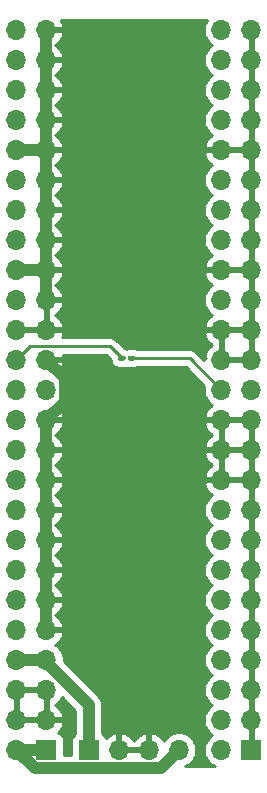
<source format=gbr>
%TF.GenerationSoftware,KiCad,Pcbnew,(5.1.9)-1*%
%TF.CreationDate,2021-07-31T16:05:11-05:00*%
%TF.ProjectId,SCSI Interface Card,53435349-2049-46e7-9465-726661636520,rev?*%
%TF.SameCoordinates,Original*%
%TF.FileFunction,Copper,L1,Top*%
%TF.FilePolarity,Positive*%
%FSLAX46Y46*%
G04 Gerber Fmt 4.6, Leading zero omitted, Abs format (unit mm)*
G04 Created by KiCad (PCBNEW (5.1.9)-1) date 2021-07-31 16:05:11*
%MOMM*%
%LPD*%
G01*
G04 APERTURE LIST*
%TA.AperFunction,ComponentPad*%
%ADD10O,1.700000X1.700000*%
%TD*%
%TA.AperFunction,ComponentPad*%
%ADD11R,1.700000X1.700000*%
%TD*%
%TA.AperFunction,Conductor*%
%ADD12C,0.250000*%
%TD*%
%TA.AperFunction,Conductor*%
%ADD13C,1.000000*%
%TD*%
%TA.AperFunction,Conductor*%
%ADD14C,0.254000*%
%TD*%
%TA.AperFunction,Conductor*%
%ADD15C,0.100000*%
%TD*%
G04 APERTURE END LIST*
%TO.P,TRM PWR,2*%
%TO.N,/TRM_2*%
%TA.AperFunction,SMDPad,CuDef*%
G36*
G01*
X149439800Y-68957520D02*
X149439800Y-69157520D01*
G75*
G02*
X149339800Y-69257520I-100000J0D01*
G01*
X148904800Y-69257520D01*
G75*
G02*
X148804800Y-69157520I0J100000D01*
G01*
X148804800Y-68957520D01*
G75*
G02*
X148904800Y-68857520I100000J0D01*
G01*
X149339800Y-68857520D01*
G75*
G02*
X149439800Y-68957520I0J-100000D01*
G01*
G37*
%TD.AperFunction*%
%TO.P,TRM PWR,1*%
%TO.N,/TRM_1*%
%TA.AperFunction,SMDPad,CuDef*%
G36*
G01*
X150254800Y-68957520D02*
X150254800Y-69157520D01*
G75*
G02*
X150154800Y-69257520I-100000J0D01*
G01*
X149719800Y-69257520D01*
G75*
G02*
X149619800Y-69157520I0J100000D01*
G01*
X149619800Y-68957520D01*
G75*
G02*
X149719800Y-68857520I100000J0D01*
G01*
X150154800Y-68857520D01*
G75*
G02*
X150254800Y-68957520I0J-100000D01*
G01*
G37*
%TD.AperFunction*%
%TD*%
D10*
%TO.P,SCSI1,50*%
%TO.N,/IO*%
X157546040Y-41259760D03*
%TO.P,SCSI1,49*%
%TO.N,GND*%
X160086040Y-41259760D03*
%TO.P,SCSI1,48*%
%TO.N,/REQ*%
X157546040Y-43799760D03*
%TO.P,SCSI1,47*%
%TO.N,GND*%
X160086040Y-43799760D03*
%TO.P,SCSI1,46*%
%TO.N,/CD*%
X157546040Y-46339760D03*
%TO.P,SCSI1,45*%
%TO.N,GND*%
X160086040Y-46339760D03*
%TO.P,SCSI1,44*%
%TO.N,/SEL*%
X157546040Y-48879760D03*
%TO.P,SCSI1,43*%
%TO.N,GND*%
X160086040Y-48879760D03*
%TO.P,SCSI1,42*%
X157546040Y-51419760D03*
%TO.P,SCSI1,41*%
X160086040Y-51419760D03*
%TO.P,SCSI1,40*%
%TO.N,/RST*%
X157546040Y-53959760D03*
%TO.P,SCSI1,39*%
%TO.N,GND*%
X160086040Y-53959760D03*
%TO.P,SCSI1,38*%
%TO.N,/ACK*%
X157546040Y-56499760D03*
%TO.P,SCSI1,37*%
%TO.N,GND*%
X160086040Y-56499760D03*
%TO.P,SCSI1,36*%
%TO.N,/BSY*%
X157546040Y-59039760D03*
%TO.P,SCSI1,35*%
%TO.N,GND*%
X160086040Y-59039760D03*
%TO.P,SCSI1,34*%
X157546040Y-61579760D03*
%TO.P,SCSI1,33*%
X160086040Y-61579760D03*
%TO.P,SCSI1,32*%
%TO.N,/ATN*%
X157546040Y-64119760D03*
%TO.P,SCSI1,31*%
%TO.N,GND*%
X160086040Y-64119760D03*
%TO.P,SCSI1,30*%
X157546040Y-66659760D03*
%TO.P,SCSI1,29*%
X160086040Y-66659760D03*
%TO.P,SCSI1,28*%
X157546040Y-69199760D03*
%TO.P,SCSI1,27*%
X160086040Y-69199760D03*
%TO.P,SCSI1,26*%
%TO.N,/TRM_1*%
X157546040Y-71739760D03*
%TO.P,SCSI1,25*%
%TO.N,Net-(SCSI1-Pad25)*%
X160086040Y-71739760D03*
%TO.P,SCSI1,24*%
%TO.N,GND*%
X157546040Y-74279760D03*
%TO.P,SCSI1,23*%
X160086040Y-74279760D03*
%TO.P,SCSI1,22*%
X157546040Y-76819760D03*
%TO.P,SCSI1,21*%
X160086040Y-76819760D03*
%TO.P,SCSI1,20*%
X157546040Y-79359760D03*
%TO.P,SCSI1,19*%
X160086040Y-79359760D03*
%TO.P,SCSI1,18*%
%TO.N,/DBP*%
X157546040Y-81899760D03*
%TO.P,SCSI1,17*%
%TO.N,GND*%
X160086040Y-81899760D03*
%TO.P,SCSI1,16*%
%TO.N,/DB7*%
X157546040Y-84439760D03*
%TO.P,SCSI1,15*%
%TO.N,GND*%
X160086040Y-84439760D03*
%TO.P,SCSI1,14*%
%TO.N,/DB6*%
X157546040Y-86979760D03*
%TO.P,SCSI1,13*%
%TO.N,GND*%
X160086040Y-86979760D03*
%TO.P,SCSI1,12*%
%TO.N,/DB5*%
X157546040Y-89519760D03*
%TO.P,SCSI1,11*%
%TO.N,GND*%
X160086040Y-89519760D03*
%TO.P,SCSI1,10*%
%TO.N,/DB4*%
X157546040Y-92059760D03*
%TO.P,SCSI1,9*%
%TO.N,GND*%
X160086040Y-92059760D03*
%TO.P,SCSI1,8*%
%TO.N,/DB3*%
X157546040Y-94599760D03*
%TO.P,SCSI1,7*%
%TO.N,GND*%
X160086040Y-94599760D03*
%TO.P,SCSI1,6*%
%TO.N,/DB2*%
X157546040Y-97139760D03*
%TO.P,SCSI1,5*%
%TO.N,GND*%
X160086040Y-97139760D03*
%TO.P,SCSI1,4*%
%TO.N,/DB1*%
X157546040Y-99679760D03*
%TO.P,SCSI1,3*%
%TO.N,GND*%
X160086040Y-99679760D03*
%TO.P,SCSI1,2*%
%TO.N,/DB0*%
X157546040Y-102219760D03*
D11*
%TO.P,SCSI1,1*%
%TO.N,GND*%
X160086040Y-102219760D03*
%TD*%
D10*
%TO.P,PWR1,4*%
%TO.N,/5V*%
X153959560Y-102219760D03*
%TO.P,PWR1,3*%
%TO.N,GND*%
X151419560Y-102219760D03*
%TO.P,PWR1,2*%
X148879560Y-102219760D03*
D11*
%TO.P,PWR1,1*%
%TO.N,/12V*%
X146339560Y-102219760D03*
%TD*%
D10*
%TO.P,FMT1,50*%
%TO.N,/IO*%
X140202920Y-41259760D03*
%TO.P,FMT1,49*%
%TO.N,GND*%
X142742920Y-41259760D03*
%TO.P,FMT1,48*%
%TO.N,/REQ*%
X140202920Y-43799760D03*
%TO.P,FMT1,47*%
%TO.N,GND*%
X142742920Y-43799760D03*
%TO.P,FMT1,46*%
%TO.N,/CD*%
X140202920Y-46339760D03*
%TO.P,FMT1,45*%
%TO.N,GND*%
X142742920Y-46339760D03*
%TO.P,FMT1,44*%
%TO.N,/SEL*%
X140202920Y-48879760D03*
%TO.P,FMT1,43*%
%TO.N,GND*%
X142742920Y-48879760D03*
%TO.P,FMT1,42*%
X140202920Y-51419760D03*
%TO.P,FMT1,41*%
X142742920Y-51419760D03*
%TO.P,FMT1,40*%
%TO.N,/RST*%
X140202920Y-53959760D03*
%TO.P,FMT1,39*%
%TO.N,GND*%
X142742920Y-53959760D03*
%TO.P,FMT1,38*%
%TO.N,/ACK*%
X140202920Y-56499760D03*
%TO.P,FMT1,37*%
%TO.N,GND*%
X142742920Y-56499760D03*
%TO.P,FMT1,36*%
%TO.N,/BSY*%
X140202920Y-59039760D03*
%TO.P,FMT1,35*%
%TO.N,GND*%
X142742920Y-59039760D03*
%TO.P,FMT1,34*%
X140202920Y-61579760D03*
%TO.P,FMT1,33*%
X142742920Y-61579760D03*
%TO.P,FMT1,32*%
%TO.N,/ATN*%
X140202920Y-64119760D03*
%TO.P,FMT1,31*%
%TO.N,GND*%
X142742920Y-64119760D03*
%TO.P,FMT1,30*%
X140202920Y-66659760D03*
%TO.P,FMT1,29*%
X142742920Y-66659760D03*
%TO.P,FMT1,28*%
%TO.N,/TRM_2*%
X140202920Y-69199760D03*
%TO.P,FMT1,27*%
%TO.N,GND*%
X142742920Y-69199760D03*
%TO.P,FMT1,26*%
%TO.N,/DBP*%
X140202920Y-71739760D03*
%TO.P,FMT1,25*%
%TO.N,/OPEN*%
X142742920Y-71739760D03*
%TO.P,FMT1,24*%
%TO.N,/DB7*%
X140202920Y-74279760D03*
%TO.P,FMT1,23*%
%TO.N,GND*%
X142742920Y-74279760D03*
%TO.P,FMT1,22*%
%TO.N,/DB6*%
X140202920Y-76819760D03*
%TO.P,FMT1,21*%
%TO.N,GND*%
X142742920Y-76819760D03*
%TO.P,FMT1,20*%
%TO.N,/DB5*%
X140202920Y-79359760D03*
%TO.P,FMT1,19*%
%TO.N,GND*%
X142742920Y-79359760D03*
%TO.P,FMT1,18*%
%TO.N,/DB4*%
X140202920Y-81899760D03*
%TO.P,FMT1,17*%
%TO.N,GND*%
X142742920Y-81899760D03*
%TO.P,FMT1,16*%
%TO.N,/DB3*%
X140202920Y-84439760D03*
%TO.P,FMT1,15*%
%TO.N,GND*%
X142742920Y-84439760D03*
%TO.P,FMT1,14*%
%TO.N,/DB2*%
X140202920Y-86979760D03*
%TO.P,FMT1,13*%
%TO.N,GND*%
X142742920Y-86979760D03*
%TO.P,FMT1,12*%
%TO.N,/DB1*%
X140202920Y-89519760D03*
%TO.P,FMT1,11*%
%TO.N,GND*%
X142742920Y-89519760D03*
%TO.P,FMT1,10*%
%TO.N,/DB0*%
X140202920Y-92059760D03*
%TO.P,FMT1,9*%
%TO.N,GND*%
X142742920Y-92059760D03*
%TO.P,FMT1,8*%
%TO.N,/12V*%
X140202920Y-94599760D03*
%TO.P,FMT1,7*%
X142742920Y-94599760D03*
%TO.P,FMT1,6*%
%TO.N,GND*%
X140202920Y-97139760D03*
%TO.P,FMT1,5*%
X142742920Y-97139760D03*
%TO.P,FMT1,4*%
X140202920Y-99679760D03*
%TO.P,FMT1,3*%
X142742920Y-99679760D03*
%TO.P,FMT1,2*%
%TO.N,/5V*%
X140202920Y-102219760D03*
D11*
%TO.P,FMT1,1*%
X142742920Y-102219760D03*
%TD*%
D12*
%TO.N,/TRM_2*%
X148089539Y-68024759D02*
X149122300Y-69057520D01*
X141377921Y-68024759D02*
X148089539Y-68024759D01*
X140202920Y-69199760D02*
X141377921Y-68024759D01*
D13*
%TO.N,/12V*%
X146339560Y-98442398D02*
X146339560Y-102219760D01*
X142496922Y-94599760D02*
X146339560Y-98442398D01*
X140202920Y-94599760D02*
X142496922Y-94599760D01*
%TO.N,/5V*%
X152409559Y-103769761D02*
X153959560Y-102219760D01*
X141752921Y-103769761D02*
X152409559Y-103769761D01*
X140202920Y-102219760D02*
X141752921Y-103769761D01*
D12*
%TO.N,/TRM_1*%
X154863800Y-69057520D02*
X157546040Y-71739760D01*
X149937300Y-69057520D02*
X154863800Y-69057520D01*
D13*
%TO.N,GND*%
X142742920Y-92059760D02*
X142742920Y-74279760D01*
X144292921Y-70749761D02*
X142742920Y-69199760D01*
X144292921Y-72729759D02*
X144292921Y-70749761D01*
X142742920Y-74279760D02*
X144292921Y-72729759D01*
X142742920Y-64119760D02*
X142742920Y-41259760D01*
X142742920Y-51419760D02*
X140202920Y-51419760D01*
X142742920Y-61579760D02*
X140202920Y-61579760D01*
%TO.N,/5V*%
X140202920Y-102219760D02*
X142742920Y-102219760D01*
%TD*%
D14*
%TO.N,GND*%
X148168829Y-69178850D02*
X148180910Y-69301511D01*
X148222910Y-69439968D01*
X148291116Y-69567571D01*
X148382904Y-69679416D01*
X148494749Y-69771204D01*
X148622352Y-69839410D01*
X148760809Y-69881410D01*
X148904800Y-69895592D01*
X149339800Y-69895592D01*
X149483791Y-69881410D01*
X149529800Y-69867453D01*
X149575809Y-69881410D01*
X149719800Y-69895592D01*
X150154800Y-69895592D01*
X150298791Y-69881410D01*
X150437248Y-69839410D01*
X150478201Y-69817520D01*
X154548999Y-69817520D01*
X156104830Y-71373352D01*
X156061040Y-71593500D01*
X156061040Y-71886020D01*
X156118108Y-72172918D01*
X156230050Y-72443171D01*
X156392565Y-72686392D01*
X156599408Y-72893235D01*
X156781574Y-73014955D01*
X156664685Y-73084582D01*
X156448452Y-73279491D01*
X156274399Y-73512840D01*
X156149215Y-73775661D01*
X156104564Y-73922870D01*
X156225885Y-74152760D01*
X157419040Y-74152760D01*
X157419040Y-74132760D01*
X157673040Y-74132760D01*
X157673040Y-74152760D01*
X159959040Y-74152760D01*
X159959040Y-74132760D01*
X160213040Y-74132760D01*
X160213040Y-74152760D01*
X160233040Y-74152760D01*
X160233040Y-74406760D01*
X160213040Y-74406760D01*
X160213040Y-76692760D01*
X160233040Y-76692760D01*
X160233040Y-76946760D01*
X160213040Y-76946760D01*
X160213040Y-79232760D01*
X160233040Y-79232760D01*
X160233040Y-79486760D01*
X160213040Y-79486760D01*
X160213040Y-81772760D01*
X160233040Y-81772760D01*
X160233040Y-82026760D01*
X160213040Y-82026760D01*
X160213040Y-84312760D01*
X160233040Y-84312760D01*
X160233040Y-84566760D01*
X160213040Y-84566760D01*
X160213040Y-86852760D01*
X160233040Y-86852760D01*
X160233040Y-87106760D01*
X160213040Y-87106760D01*
X160213040Y-89392760D01*
X160233040Y-89392760D01*
X160233040Y-89646760D01*
X160213040Y-89646760D01*
X160213040Y-91932760D01*
X160233040Y-91932760D01*
X160233040Y-92186760D01*
X160213040Y-92186760D01*
X160213040Y-94472760D01*
X160233040Y-94472760D01*
X160233040Y-94726760D01*
X160213040Y-94726760D01*
X160213040Y-97012760D01*
X160233040Y-97012760D01*
X160233040Y-97266760D01*
X160213040Y-97266760D01*
X160213040Y-99552760D01*
X160233040Y-99552760D01*
X160233040Y-99806760D01*
X160213040Y-99806760D01*
X160213040Y-102092760D01*
X160233040Y-102092760D01*
X160233040Y-102346760D01*
X160213040Y-102346760D01*
X160213040Y-102366760D01*
X159959040Y-102366760D01*
X159959040Y-102346760D01*
X159939040Y-102346760D01*
X159939040Y-102092760D01*
X159959040Y-102092760D01*
X159959040Y-99806760D01*
X159939040Y-99806760D01*
X159939040Y-99552760D01*
X159959040Y-99552760D01*
X159959040Y-97266760D01*
X159939040Y-97266760D01*
X159939040Y-97012760D01*
X159959040Y-97012760D01*
X159959040Y-94726760D01*
X159939040Y-94726760D01*
X159939040Y-94472760D01*
X159959040Y-94472760D01*
X159959040Y-92186760D01*
X159939040Y-92186760D01*
X159939040Y-91932760D01*
X159959040Y-91932760D01*
X159959040Y-89646760D01*
X159939040Y-89646760D01*
X159939040Y-89392760D01*
X159959040Y-89392760D01*
X159959040Y-87106760D01*
X159939040Y-87106760D01*
X159939040Y-86852760D01*
X159959040Y-86852760D01*
X159959040Y-84566760D01*
X159939040Y-84566760D01*
X159939040Y-84312760D01*
X159959040Y-84312760D01*
X159959040Y-82026760D01*
X159939040Y-82026760D01*
X159939040Y-81772760D01*
X159959040Y-81772760D01*
X159959040Y-79486760D01*
X157673040Y-79486760D01*
X157673040Y-79506760D01*
X157419040Y-79506760D01*
X157419040Y-79486760D01*
X156225885Y-79486760D01*
X156104564Y-79716650D01*
X156149215Y-79863859D01*
X156274399Y-80126680D01*
X156448452Y-80360029D01*
X156664685Y-80554938D01*
X156781574Y-80624565D01*
X156599408Y-80746285D01*
X156392565Y-80953128D01*
X156230050Y-81196349D01*
X156118108Y-81466602D01*
X156061040Y-81753500D01*
X156061040Y-82046020D01*
X156118108Y-82332918D01*
X156230050Y-82603171D01*
X156392565Y-82846392D01*
X156599408Y-83053235D01*
X156773800Y-83169760D01*
X156599408Y-83286285D01*
X156392565Y-83493128D01*
X156230050Y-83736349D01*
X156118108Y-84006602D01*
X156061040Y-84293500D01*
X156061040Y-84586020D01*
X156118108Y-84872918D01*
X156230050Y-85143171D01*
X156392565Y-85386392D01*
X156599408Y-85593235D01*
X156773800Y-85709760D01*
X156599408Y-85826285D01*
X156392565Y-86033128D01*
X156230050Y-86276349D01*
X156118108Y-86546602D01*
X156061040Y-86833500D01*
X156061040Y-87126020D01*
X156118108Y-87412918D01*
X156230050Y-87683171D01*
X156392565Y-87926392D01*
X156599408Y-88133235D01*
X156773800Y-88249760D01*
X156599408Y-88366285D01*
X156392565Y-88573128D01*
X156230050Y-88816349D01*
X156118108Y-89086602D01*
X156061040Y-89373500D01*
X156061040Y-89666020D01*
X156118108Y-89952918D01*
X156230050Y-90223171D01*
X156392565Y-90466392D01*
X156599408Y-90673235D01*
X156773800Y-90789760D01*
X156599408Y-90906285D01*
X156392565Y-91113128D01*
X156230050Y-91356349D01*
X156118108Y-91626602D01*
X156061040Y-91913500D01*
X156061040Y-92206020D01*
X156118108Y-92492918D01*
X156230050Y-92763171D01*
X156392565Y-93006392D01*
X156599408Y-93213235D01*
X156773800Y-93329760D01*
X156599408Y-93446285D01*
X156392565Y-93653128D01*
X156230050Y-93896349D01*
X156118108Y-94166602D01*
X156061040Y-94453500D01*
X156061040Y-94746020D01*
X156118108Y-95032918D01*
X156230050Y-95303171D01*
X156392565Y-95546392D01*
X156599408Y-95753235D01*
X156773800Y-95869760D01*
X156599408Y-95986285D01*
X156392565Y-96193128D01*
X156230050Y-96436349D01*
X156118108Y-96706602D01*
X156061040Y-96993500D01*
X156061040Y-97286020D01*
X156118108Y-97572918D01*
X156230050Y-97843171D01*
X156392565Y-98086392D01*
X156599408Y-98293235D01*
X156773800Y-98409760D01*
X156599408Y-98526285D01*
X156392565Y-98733128D01*
X156230050Y-98976349D01*
X156118108Y-99246602D01*
X156061040Y-99533500D01*
X156061040Y-99826020D01*
X156118108Y-100112918D01*
X156230050Y-100383171D01*
X156392565Y-100626392D01*
X156599408Y-100833235D01*
X156773800Y-100949760D01*
X156599408Y-101066285D01*
X156392565Y-101273128D01*
X156230050Y-101516349D01*
X156118108Y-101786602D01*
X156061040Y-102073500D01*
X156061040Y-102366020D01*
X156118108Y-102652918D01*
X156230050Y-102923171D01*
X156392565Y-103166392D01*
X156599408Y-103373235D01*
X156842629Y-103535750D01*
X157017058Y-103608001D01*
X154487173Y-103608568D01*
X154662971Y-103535750D01*
X154906192Y-103373235D01*
X155113035Y-103166392D01*
X155275550Y-102923171D01*
X155387492Y-102652918D01*
X155444560Y-102366020D01*
X155444560Y-102073500D01*
X155387492Y-101786602D01*
X155275550Y-101516349D01*
X155113035Y-101273128D01*
X154906192Y-101066285D01*
X154662971Y-100903770D01*
X154392718Y-100791828D01*
X154105820Y-100734760D01*
X153813300Y-100734760D01*
X153526402Y-100791828D01*
X153256149Y-100903770D01*
X153012928Y-101066285D01*
X152806085Y-101273128D01*
X152684365Y-101455294D01*
X152614738Y-101338405D01*
X152419829Y-101122172D01*
X152186480Y-100948119D01*
X151923659Y-100822935D01*
X151776450Y-100778284D01*
X151546560Y-100899605D01*
X151546560Y-102092760D01*
X151566560Y-102092760D01*
X151566560Y-102346760D01*
X151546560Y-102346760D01*
X151546560Y-102366760D01*
X151292560Y-102366760D01*
X151292560Y-102346760D01*
X149006560Y-102346760D01*
X149006560Y-102366760D01*
X148752560Y-102366760D01*
X148752560Y-102346760D01*
X148732560Y-102346760D01*
X148732560Y-102092760D01*
X148752560Y-102092760D01*
X148752560Y-100899605D01*
X149006560Y-100899605D01*
X149006560Y-102092760D01*
X151292560Y-102092760D01*
X151292560Y-100899605D01*
X151062670Y-100778284D01*
X150915461Y-100822935D01*
X150652640Y-100948119D01*
X150419291Y-101122172D01*
X150224382Y-101338405D01*
X150149560Y-101464015D01*
X150074738Y-101338405D01*
X149879829Y-101122172D01*
X149646480Y-100948119D01*
X149383659Y-100822935D01*
X149236450Y-100778284D01*
X149006560Y-100899605D01*
X148752560Y-100899605D01*
X148522670Y-100778284D01*
X148375461Y-100822935D01*
X148112640Y-100948119D01*
X147879291Y-101122172D01*
X147803526Y-101206226D01*
X147779062Y-101125580D01*
X147720097Y-101015266D01*
X147640745Y-100918575D01*
X147544054Y-100839223D01*
X147474560Y-100802077D01*
X147474560Y-98498150D01*
X147480051Y-98442398D01*
X147458137Y-98219899D01*
X147393236Y-98005951D01*
X147287844Y-97808775D01*
X147146009Y-97635949D01*
X147102701Y-97600407D01*
X144227920Y-94725627D01*
X144227920Y-94453500D01*
X144170852Y-94166602D01*
X144058910Y-93896349D01*
X143896395Y-93653128D01*
X143689552Y-93446285D01*
X143507386Y-93324565D01*
X143624275Y-93254938D01*
X143840508Y-93060029D01*
X144014561Y-92826680D01*
X144139745Y-92563859D01*
X144184396Y-92416650D01*
X144063075Y-92186760D01*
X142869920Y-92186760D01*
X142869920Y-92206760D01*
X142615920Y-92206760D01*
X142615920Y-92186760D01*
X142595920Y-92186760D01*
X142595920Y-91932760D01*
X142615920Y-91932760D01*
X142615920Y-89646760D01*
X142869920Y-89646760D01*
X142869920Y-91932760D01*
X144063075Y-91932760D01*
X144184396Y-91702870D01*
X144139745Y-91555661D01*
X144014561Y-91292840D01*
X143840508Y-91059491D01*
X143624275Y-90864582D01*
X143498665Y-90789760D01*
X143624275Y-90714938D01*
X143840508Y-90520029D01*
X144014561Y-90286680D01*
X144139745Y-90023859D01*
X144184396Y-89876650D01*
X144063075Y-89646760D01*
X142869920Y-89646760D01*
X142615920Y-89646760D01*
X142595920Y-89646760D01*
X142595920Y-89392760D01*
X142615920Y-89392760D01*
X142615920Y-87106760D01*
X142869920Y-87106760D01*
X142869920Y-89392760D01*
X144063075Y-89392760D01*
X144184396Y-89162870D01*
X144139745Y-89015661D01*
X144014561Y-88752840D01*
X143840508Y-88519491D01*
X143624275Y-88324582D01*
X143498665Y-88249760D01*
X143624275Y-88174938D01*
X143840508Y-87980029D01*
X144014561Y-87746680D01*
X144139745Y-87483859D01*
X144184396Y-87336650D01*
X144063075Y-87106760D01*
X142869920Y-87106760D01*
X142615920Y-87106760D01*
X142595920Y-87106760D01*
X142595920Y-86852760D01*
X142615920Y-86852760D01*
X142615920Y-84566760D01*
X142869920Y-84566760D01*
X142869920Y-86852760D01*
X144063075Y-86852760D01*
X144184396Y-86622870D01*
X144139745Y-86475661D01*
X144014561Y-86212840D01*
X143840508Y-85979491D01*
X143624275Y-85784582D01*
X143498665Y-85709760D01*
X143624275Y-85634938D01*
X143840508Y-85440029D01*
X144014561Y-85206680D01*
X144139745Y-84943859D01*
X144184396Y-84796650D01*
X144063075Y-84566760D01*
X142869920Y-84566760D01*
X142615920Y-84566760D01*
X142595920Y-84566760D01*
X142595920Y-84312760D01*
X142615920Y-84312760D01*
X142615920Y-82026760D01*
X142869920Y-82026760D01*
X142869920Y-84312760D01*
X144063075Y-84312760D01*
X144184396Y-84082870D01*
X144139745Y-83935661D01*
X144014561Y-83672840D01*
X143840508Y-83439491D01*
X143624275Y-83244582D01*
X143498665Y-83169760D01*
X143624275Y-83094938D01*
X143840508Y-82900029D01*
X144014561Y-82666680D01*
X144139745Y-82403859D01*
X144184396Y-82256650D01*
X144063075Y-82026760D01*
X142869920Y-82026760D01*
X142615920Y-82026760D01*
X142595920Y-82026760D01*
X142595920Y-81772760D01*
X142615920Y-81772760D01*
X142615920Y-79486760D01*
X142869920Y-79486760D01*
X142869920Y-81772760D01*
X144063075Y-81772760D01*
X144184396Y-81542870D01*
X144139745Y-81395661D01*
X144014561Y-81132840D01*
X143840508Y-80899491D01*
X143624275Y-80704582D01*
X143498665Y-80629760D01*
X143624275Y-80554938D01*
X143840508Y-80360029D01*
X144014561Y-80126680D01*
X144139745Y-79863859D01*
X144184396Y-79716650D01*
X144063075Y-79486760D01*
X142869920Y-79486760D01*
X142615920Y-79486760D01*
X142595920Y-79486760D01*
X142595920Y-79232760D01*
X142615920Y-79232760D01*
X142615920Y-76946760D01*
X142869920Y-76946760D01*
X142869920Y-79232760D01*
X144063075Y-79232760D01*
X144184396Y-79002870D01*
X144139745Y-78855661D01*
X144014561Y-78592840D01*
X143840508Y-78359491D01*
X143624275Y-78164582D01*
X143498665Y-78089760D01*
X143624275Y-78014938D01*
X143840508Y-77820029D01*
X144014561Y-77586680D01*
X144139745Y-77323859D01*
X144184396Y-77176650D01*
X156104564Y-77176650D01*
X156149215Y-77323859D01*
X156274399Y-77586680D01*
X156448452Y-77820029D01*
X156664685Y-78014938D01*
X156790295Y-78089760D01*
X156664685Y-78164582D01*
X156448452Y-78359491D01*
X156274399Y-78592840D01*
X156149215Y-78855661D01*
X156104564Y-79002870D01*
X156225885Y-79232760D01*
X157419040Y-79232760D01*
X157419040Y-76946760D01*
X157673040Y-76946760D01*
X157673040Y-79232760D01*
X159959040Y-79232760D01*
X159959040Y-76946760D01*
X157673040Y-76946760D01*
X157419040Y-76946760D01*
X156225885Y-76946760D01*
X156104564Y-77176650D01*
X144184396Y-77176650D01*
X144063075Y-76946760D01*
X142869920Y-76946760D01*
X142615920Y-76946760D01*
X142595920Y-76946760D01*
X142595920Y-76692760D01*
X142615920Y-76692760D01*
X142615920Y-74406760D01*
X142869920Y-74406760D01*
X142869920Y-76692760D01*
X144063075Y-76692760D01*
X144184396Y-76462870D01*
X144139745Y-76315661D01*
X144014561Y-76052840D01*
X143840508Y-75819491D01*
X143624275Y-75624582D01*
X143498665Y-75549760D01*
X143624275Y-75474938D01*
X143840508Y-75280029D01*
X144014561Y-75046680D01*
X144139745Y-74783859D01*
X144184396Y-74636650D01*
X156104564Y-74636650D01*
X156149215Y-74783859D01*
X156274399Y-75046680D01*
X156448452Y-75280029D01*
X156664685Y-75474938D01*
X156790295Y-75549760D01*
X156664685Y-75624582D01*
X156448452Y-75819491D01*
X156274399Y-76052840D01*
X156149215Y-76315661D01*
X156104564Y-76462870D01*
X156225885Y-76692760D01*
X157419040Y-76692760D01*
X157419040Y-74406760D01*
X157673040Y-74406760D01*
X157673040Y-76692760D01*
X159959040Y-76692760D01*
X159959040Y-74406760D01*
X157673040Y-74406760D01*
X157419040Y-74406760D01*
X156225885Y-74406760D01*
X156104564Y-74636650D01*
X144184396Y-74636650D01*
X144063075Y-74406760D01*
X142869920Y-74406760D01*
X142615920Y-74406760D01*
X142595920Y-74406760D01*
X142595920Y-74152760D01*
X142615920Y-74152760D01*
X142615920Y-74132760D01*
X142869920Y-74132760D01*
X142869920Y-74152760D01*
X144063075Y-74152760D01*
X144184396Y-73922870D01*
X144139745Y-73775661D01*
X144014561Y-73512840D01*
X143840508Y-73279491D01*
X143624275Y-73084582D01*
X143507386Y-73014955D01*
X143689552Y-72893235D01*
X143896395Y-72686392D01*
X144058910Y-72443171D01*
X144170852Y-72172918D01*
X144227920Y-71886020D01*
X144227920Y-71593500D01*
X144170852Y-71306602D01*
X144058910Y-71036349D01*
X143896395Y-70793128D01*
X143689552Y-70586285D01*
X143507386Y-70464565D01*
X143624275Y-70394938D01*
X143840508Y-70200029D01*
X144014561Y-69966680D01*
X144139745Y-69703859D01*
X144184396Y-69556650D01*
X144063075Y-69326760D01*
X142869920Y-69326760D01*
X142869920Y-69346760D01*
X142615920Y-69346760D01*
X142615920Y-69326760D01*
X142595920Y-69326760D01*
X142595920Y-69072760D01*
X142615920Y-69072760D01*
X142615920Y-69052760D01*
X142869920Y-69052760D01*
X142869920Y-69072760D01*
X144063075Y-69072760D01*
X144184396Y-68842870D01*
X144166770Y-68784759D01*
X147774738Y-68784759D01*
X148168829Y-69178850D01*
%TA.AperFunction,Conductor*%
D15*
G36*
X148168829Y-69178850D02*
G01*
X148180910Y-69301511D01*
X148222910Y-69439968D01*
X148291116Y-69567571D01*
X148382904Y-69679416D01*
X148494749Y-69771204D01*
X148622352Y-69839410D01*
X148760809Y-69881410D01*
X148904800Y-69895592D01*
X149339800Y-69895592D01*
X149483791Y-69881410D01*
X149529800Y-69867453D01*
X149575809Y-69881410D01*
X149719800Y-69895592D01*
X150154800Y-69895592D01*
X150298791Y-69881410D01*
X150437248Y-69839410D01*
X150478201Y-69817520D01*
X154548999Y-69817520D01*
X156104830Y-71373352D01*
X156061040Y-71593500D01*
X156061040Y-71886020D01*
X156118108Y-72172918D01*
X156230050Y-72443171D01*
X156392565Y-72686392D01*
X156599408Y-72893235D01*
X156781574Y-73014955D01*
X156664685Y-73084582D01*
X156448452Y-73279491D01*
X156274399Y-73512840D01*
X156149215Y-73775661D01*
X156104564Y-73922870D01*
X156225885Y-74152760D01*
X157419040Y-74152760D01*
X157419040Y-74132760D01*
X157673040Y-74132760D01*
X157673040Y-74152760D01*
X159959040Y-74152760D01*
X159959040Y-74132760D01*
X160213040Y-74132760D01*
X160213040Y-74152760D01*
X160233040Y-74152760D01*
X160233040Y-74406760D01*
X160213040Y-74406760D01*
X160213040Y-76692760D01*
X160233040Y-76692760D01*
X160233040Y-76946760D01*
X160213040Y-76946760D01*
X160213040Y-79232760D01*
X160233040Y-79232760D01*
X160233040Y-79486760D01*
X160213040Y-79486760D01*
X160213040Y-81772760D01*
X160233040Y-81772760D01*
X160233040Y-82026760D01*
X160213040Y-82026760D01*
X160213040Y-84312760D01*
X160233040Y-84312760D01*
X160233040Y-84566760D01*
X160213040Y-84566760D01*
X160213040Y-86852760D01*
X160233040Y-86852760D01*
X160233040Y-87106760D01*
X160213040Y-87106760D01*
X160213040Y-89392760D01*
X160233040Y-89392760D01*
X160233040Y-89646760D01*
X160213040Y-89646760D01*
X160213040Y-91932760D01*
X160233040Y-91932760D01*
X160233040Y-92186760D01*
X160213040Y-92186760D01*
X160213040Y-94472760D01*
X160233040Y-94472760D01*
X160233040Y-94726760D01*
X160213040Y-94726760D01*
X160213040Y-97012760D01*
X160233040Y-97012760D01*
X160233040Y-97266760D01*
X160213040Y-97266760D01*
X160213040Y-99552760D01*
X160233040Y-99552760D01*
X160233040Y-99806760D01*
X160213040Y-99806760D01*
X160213040Y-102092760D01*
X160233040Y-102092760D01*
X160233040Y-102346760D01*
X160213040Y-102346760D01*
X160213040Y-102366760D01*
X159959040Y-102366760D01*
X159959040Y-102346760D01*
X159939040Y-102346760D01*
X159939040Y-102092760D01*
X159959040Y-102092760D01*
X159959040Y-99806760D01*
X159939040Y-99806760D01*
X159939040Y-99552760D01*
X159959040Y-99552760D01*
X159959040Y-97266760D01*
X159939040Y-97266760D01*
X159939040Y-97012760D01*
X159959040Y-97012760D01*
X159959040Y-94726760D01*
X159939040Y-94726760D01*
X159939040Y-94472760D01*
X159959040Y-94472760D01*
X159959040Y-92186760D01*
X159939040Y-92186760D01*
X159939040Y-91932760D01*
X159959040Y-91932760D01*
X159959040Y-89646760D01*
X159939040Y-89646760D01*
X159939040Y-89392760D01*
X159959040Y-89392760D01*
X159959040Y-87106760D01*
X159939040Y-87106760D01*
X159939040Y-86852760D01*
X159959040Y-86852760D01*
X159959040Y-84566760D01*
X159939040Y-84566760D01*
X159939040Y-84312760D01*
X159959040Y-84312760D01*
X159959040Y-82026760D01*
X159939040Y-82026760D01*
X159939040Y-81772760D01*
X159959040Y-81772760D01*
X159959040Y-79486760D01*
X157673040Y-79486760D01*
X157673040Y-79506760D01*
X157419040Y-79506760D01*
X157419040Y-79486760D01*
X156225885Y-79486760D01*
X156104564Y-79716650D01*
X156149215Y-79863859D01*
X156274399Y-80126680D01*
X156448452Y-80360029D01*
X156664685Y-80554938D01*
X156781574Y-80624565D01*
X156599408Y-80746285D01*
X156392565Y-80953128D01*
X156230050Y-81196349D01*
X156118108Y-81466602D01*
X156061040Y-81753500D01*
X156061040Y-82046020D01*
X156118108Y-82332918D01*
X156230050Y-82603171D01*
X156392565Y-82846392D01*
X156599408Y-83053235D01*
X156773800Y-83169760D01*
X156599408Y-83286285D01*
X156392565Y-83493128D01*
X156230050Y-83736349D01*
X156118108Y-84006602D01*
X156061040Y-84293500D01*
X156061040Y-84586020D01*
X156118108Y-84872918D01*
X156230050Y-85143171D01*
X156392565Y-85386392D01*
X156599408Y-85593235D01*
X156773800Y-85709760D01*
X156599408Y-85826285D01*
X156392565Y-86033128D01*
X156230050Y-86276349D01*
X156118108Y-86546602D01*
X156061040Y-86833500D01*
X156061040Y-87126020D01*
X156118108Y-87412918D01*
X156230050Y-87683171D01*
X156392565Y-87926392D01*
X156599408Y-88133235D01*
X156773800Y-88249760D01*
X156599408Y-88366285D01*
X156392565Y-88573128D01*
X156230050Y-88816349D01*
X156118108Y-89086602D01*
X156061040Y-89373500D01*
X156061040Y-89666020D01*
X156118108Y-89952918D01*
X156230050Y-90223171D01*
X156392565Y-90466392D01*
X156599408Y-90673235D01*
X156773800Y-90789760D01*
X156599408Y-90906285D01*
X156392565Y-91113128D01*
X156230050Y-91356349D01*
X156118108Y-91626602D01*
X156061040Y-91913500D01*
X156061040Y-92206020D01*
X156118108Y-92492918D01*
X156230050Y-92763171D01*
X156392565Y-93006392D01*
X156599408Y-93213235D01*
X156773800Y-93329760D01*
X156599408Y-93446285D01*
X156392565Y-93653128D01*
X156230050Y-93896349D01*
X156118108Y-94166602D01*
X156061040Y-94453500D01*
X156061040Y-94746020D01*
X156118108Y-95032918D01*
X156230050Y-95303171D01*
X156392565Y-95546392D01*
X156599408Y-95753235D01*
X156773800Y-95869760D01*
X156599408Y-95986285D01*
X156392565Y-96193128D01*
X156230050Y-96436349D01*
X156118108Y-96706602D01*
X156061040Y-96993500D01*
X156061040Y-97286020D01*
X156118108Y-97572918D01*
X156230050Y-97843171D01*
X156392565Y-98086392D01*
X156599408Y-98293235D01*
X156773800Y-98409760D01*
X156599408Y-98526285D01*
X156392565Y-98733128D01*
X156230050Y-98976349D01*
X156118108Y-99246602D01*
X156061040Y-99533500D01*
X156061040Y-99826020D01*
X156118108Y-100112918D01*
X156230050Y-100383171D01*
X156392565Y-100626392D01*
X156599408Y-100833235D01*
X156773800Y-100949760D01*
X156599408Y-101066285D01*
X156392565Y-101273128D01*
X156230050Y-101516349D01*
X156118108Y-101786602D01*
X156061040Y-102073500D01*
X156061040Y-102366020D01*
X156118108Y-102652918D01*
X156230050Y-102923171D01*
X156392565Y-103166392D01*
X156599408Y-103373235D01*
X156842629Y-103535750D01*
X157017058Y-103608001D01*
X154487173Y-103608568D01*
X154662971Y-103535750D01*
X154906192Y-103373235D01*
X155113035Y-103166392D01*
X155275550Y-102923171D01*
X155387492Y-102652918D01*
X155444560Y-102366020D01*
X155444560Y-102073500D01*
X155387492Y-101786602D01*
X155275550Y-101516349D01*
X155113035Y-101273128D01*
X154906192Y-101066285D01*
X154662971Y-100903770D01*
X154392718Y-100791828D01*
X154105820Y-100734760D01*
X153813300Y-100734760D01*
X153526402Y-100791828D01*
X153256149Y-100903770D01*
X153012928Y-101066285D01*
X152806085Y-101273128D01*
X152684365Y-101455294D01*
X152614738Y-101338405D01*
X152419829Y-101122172D01*
X152186480Y-100948119D01*
X151923659Y-100822935D01*
X151776450Y-100778284D01*
X151546560Y-100899605D01*
X151546560Y-102092760D01*
X151566560Y-102092760D01*
X151566560Y-102346760D01*
X151546560Y-102346760D01*
X151546560Y-102366760D01*
X151292560Y-102366760D01*
X151292560Y-102346760D01*
X149006560Y-102346760D01*
X149006560Y-102366760D01*
X148752560Y-102366760D01*
X148752560Y-102346760D01*
X148732560Y-102346760D01*
X148732560Y-102092760D01*
X148752560Y-102092760D01*
X148752560Y-100899605D01*
X149006560Y-100899605D01*
X149006560Y-102092760D01*
X151292560Y-102092760D01*
X151292560Y-100899605D01*
X151062670Y-100778284D01*
X150915461Y-100822935D01*
X150652640Y-100948119D01*
X150419291Y-101122172D01*
X150224382Y-101338405D01*
X150149560Y-101464015D01*
X150074738Y-101338405D01*
X149879829Y-101122172D01*
X149646480Y-100948119D01*
X149383659Y-100822935D01*
X149236450Y-100778284D01*
X149006560Y-100899605D01*
X148752560Y-100899605D01*
X148522670Y-100778284D01*
X148375461Y-100822935D01*
X148112640Y-100948119D01*
X147879291Y-101122172D01*
X147803526Y-101206226D01*
X147779062Y-101125580D01*
X147720097Y-101015266D01*
X147640745Y-100918575D01*
X147544054Y-100839223D01*
X147474560Y-100802077D01*
X147474560Y-98498150D01*
X147480051Y-98442398D01*
X147458137Y-98219899D01*
X147393236Y-98005951D01*
X147287844Y-97808775D01*
X147146009Y-97635949D01*
X147102701Y-97600407D01*
X144227920Y-94725627D01*
X144227920Y-94453500D01*
X144170852Y-94166602D01*
X144058910Y-93896349D01*
X143896395Y-93653128D01*
X143689552Y-93446285D01*
X143507386Y-93324565D01*
X143624275Y-93254938D01*
X143840508Y-93060029D01*
X144014561Y-92826680D01*
X144139745Y-92563859D01*
X144184396Y-92416650D01*
X144063075Y-92186760D01*
X142869920Y-92186760D01*
X142869920Y-92206760D01*
X142615920Y-92206760D01*
X142615920Y-92186760D01*
X142595920Y-92186760D01*
X142595920Y-91932760D01*
X142615920Y-91932760D01*
X142615920Y-89646760D01*
X142869920Y-89646760D01*
X142869920Y-91932760D01*
X144063075Y-91932760D01*
X144184396Y-91702870D01*
X144139745Y-91555661D01*
X144014561Y-91292840D01*
X143840508Y-91059491D01*
X143624275Y-90864582D01*
X143498665Y-90789760D01*
X143624275Y-90714938D01*
X143840508Y-90520029D01*
X144014561Y-90286680D01*
X144139745Y-90023859D01*
X144184396Y-89876650D01*
X144063075Y-89646760D01*
X142869920Y-89646760D01*
X142615920Y-89646760D01*
X142595920Y-89646760D01*
X142595920Y-89392760D01*
X142615920Y-89392760D01*
X142615920Y-87106760D01*
X142869920Y-87106760D01*
X142869920Y-89392760D01*
X144063075Y-89392760D01*
X144184396Y-89162870D01*
X144139745Y-89015661D01*
X144014561Y-88752840D01*
X143840508Y-88519491D01*
X143624275Y-88324582D01*
X143498665Y-88249760D01*
X143624275Y-88174938D01*
X143840508Y-87980029D01*
X144014561Y-87746680D01*
X144139745Y-87483859D01*
X144184396Y-87336650D01*
X144063075Y-87106760D01*
X142869920Y-87106760D01*
X142615920Y-87106760D01*
X142595920Y-87106760D01*
X142595920Y-86852760D01*
X142615920Y-86852760D01*
X142615920Y-84566760D01*
X142869920Y-84566760D01*
X142869920Y-86852760D01*
X144063075Y-86852760D01*
X144184396Y-86622870D01*
X144139745Y-86475661D01*
X144014561Y-86212840D01*
X143840508Y-85979491D01*
X143624275Y-85784582D01*
X143498665Y-85709760D01*
X143624275Y-85634938D01*
X143840508Y-85440029D01*
X144014561Y-85206680D01*
X144139745Y-84943859D01*
X144184396Y-84796650D01*
X144063075Y-84566760D01*
X142869920Y-84566760D01*
X142615920Y-84566760D01*
X142595920Y-84566760D01*
X142595920Y-84312760D01*
X142615920Y-84312760D01*
X142615920Y-82026760D01*
X142869920Y-82026760D01*
X142869920Y-84312760D01*
X144063075Y-84312760D01*
X144184396Y-84082870D01*
X144139745Y-83935661D01*
X144014561Y-83672840D01*
X143840508Y-83439491D01*
X143624275Y-83244582D01*
X143498665Y-83169760D01*
X143624275Y-83094938D01*
X143840508Y-82900029D01*
X144014561Y-82666680D01*
X144139745Y-82403859D01*
X144184396Y-82256650D01*
X144063075Y-82026760D01*
X142869920Y-82026760D01*
X142615920Y-82026760D01*
X142595920Y-82026760D01*
X142595920Y-81772760D01*
X142615920Y-81772760D01*
X142615920Y-79486760D01*
X142869920Y-79486760D01*
X142869920Y-81772760D01*
X144063075Y-81772760D01*
X144184396Y-81542870D01*
X144139745Y-81395661D01*
X144014561Y-81132840D01*
X143840508Y-80899491D01*
X143624275Y-80704582D01*
X143498665Y-80629760D01*
X143624275Y-80554938D01*
X143840508Y-80360029D01*
X144014561Y-80126680D01*
X144139745Y-79863859D01*
X144184396Y-79716650D01*
X144063075Y-79486760D01*
X142869920Y-79486760D01*
X142615920Y-79486760D01*
X142595920Y-79486760D01*
X142595920Y-79232760D01*
X142615920Y-79232760D01*
X142615920Y-76946760D01*
X142869920Y-76946760D01*
X142869920Y-79232760D01*
X144063075Y-79232760D01*
X144184396Y-79002870D01*
X144139745Y-78855661D01*
X144014561Y-78592840D01*
X143840508Y-78359491D01*
X143624275Y-78164582D01*
X143498665Y-78089760D01*
X143624275Y-78014938D01*
X143840508Y-77820029D01*
X144014561Y-77586680D01*
X144139745Y-77323859D01*
X144184396Y-77176650D01*
X156104564Y-77176650D01*
X156149215Y-77323859D01*
X156274399Y-77586680D01*
X156448452Y-77820029D01*
X156664685Y-78014938D01*
X156790295Y-78089760D01*
X156664685Y-78164582D01*
X156448452Y-78359491D01*
X156274399Y-78592840D01*
X156149215Y-78855661D01*
X156104564Y-79002870D01*
X156225885Y-79232760D01*
X157419040Y-79232760D01*
X157419040Y-76946760D01*
X157673040Y-76946760D01*
X157673040Y-79232760D01*
X159959040Y-79232760D01*
X159959040Y-76946760D01*
X157673040Y-76946760D01*
X157419040Y-76946760D01*
X156225885Y-76946760D01*
X156104564Y-77176650D01*
X144184396Y-77176650D01*
X144063075Y-76946760D01*
X142869920Y-76946760D01*
X142615920Y-76946760D01*
X142595920Y-76946760D01*
X142595920Y-76692760D01*
X142615920Y-76692760D01*
X142615920Y-74406760D01*
X142869920Y-74406760D01*
X142869920Y-76692760D01*
X144063075Y-76692760D01*
X144184396Y-76462870D01*
X144139745Y-76315661D01*
X144014561Y-76052840D01*
X143840508Y-75819491D01*
X143624275Y-75624582D01*
X143498665Y-75549760D01*
X143624275Y-75474938D01*
X143840508Y-75280029D01*
X144014561Y-75046680D01*
X144139745Y-74783859D01*
X144184396Y-74636650D01*
X156104564Y-74636650D01*
X156149215Y-74783859D01*
X156274399Y-75046680D01*
X156448452Y-75280029D01*
X156664685Y-75474938D01*
X156790295Y-75549760D01*
X156664685Y-75624582D01*
X156448452Y-75819491D01*
X156274399Y-76052840D01*
X156149215Y-76315661D01*
X156104564Y-76462870D01*
X156225885Y-76692760D01*
X157419040Y-76692760D01*
X157419040Y-74406760D01*
X157673040Y-74406760D01*
X157673040Y-76692760D01*
X159959040Y-76692760D01*
X159959040Y-74406760D01*
X157673040Y-74406760D01*
X157419040Y-74406760D01*
X156225885Y-74406760D01*
X156104564Y-74636650D01*
X144184396Y-74636650D01*
X144063075Y-74406760D01*
X142869920Y-74406760D01*
X142615920Y-74406760D01*
X142595920Y-74406760D01*
X142595920Y-74152760D01*
X142615920Y-74152760D01*
X142615920Y-74132760D01*
X142869920Y-74132760D01*
X142869920Y-74152760D01*
X144063075Y-74152760D01*
X144184396Y-73922870D01*
X144139745Y-73775661D01*
X144014561Y-73512840D01*
X143840508Y-73279491D01*
X143624275Y-73084582D01*
X143507386Y-73014955D01*
X143689552Y-72893235D01*
X143896395Y-72686392D01*
X144058910Y-72443171D01*
X144170852Y-72172918D01*
X144227920Y-71886020D01*
X144227920Y-71593500D01*
X144170852Y-71306602D01*
X144058910Y-71036349D01*
X143896395Y-70793128D01*
X143689552Y-70586285D01*
X143507386Y-70464565D01*
X143624275Y-70394938D01*
X143840508Y-70200029D01*
X144014561Y-69966680D01*
X144139745Y-69703859D01*
X144184396Y-69556650D01*
X144063075Y-69326760D01*
X142869920Y-69326760D01*
X142869920Y-69346760D01*
X142615920Y-69346760D01*
X142615920Y-69326760D01*
X142595920Y-69326760D01*
X142595920Y-69072760D01*
X142615920Y-69072760D01*
X142615920Y-69052760D01*
X142869920Y-69052760D01*
X142869920Y-69072760D01*
X144063075Y-69072760D01*
X144184396Y-68842870D01*
X144166770Y-68784759D01*
X147774738Y-68784759D01*
X148168829Y-69178850D01*
G37*
%TD.AperFunction*%
D14*
X140329920Y-97012760D02*
X142615920Y-97012760D01*
X142615920Y-96992760D01*
X142869920Y-96992760D01*
X142869920Y-97012760D01*
X142889920Y-97012760D01*
X142889920Y-97266760D01*
X142869920Y-97266760D01*
X142869920Y-99552760D01*
X144063075Y-99552760D01*
X144184396Y-99322870D01*
X144139745Y-99175661D01*
X144014561Y-98912840D01*
X143840508Y-98679491D01*
X143624275Y-98484582D01*
X143498665Y-98409760D01*
X143624275Y-98334938D01*
X143840508Y-98140029D01*
X144014561Y-97906680D01*
X144073974Y-97781944D01*
X145204560Y-98912530D01*
X145204561Y-100802077D01*
X145135066Y-100839223D01*
X145038375Y-100918575D01*
X144959023Y-101015266D01*
X144900058Y-101125580D01*
X144863748Y-101245278D01*
X144851488Y-101369760D01*
X144851488Y-102634761D01*
X144230992Y-102634761D01*
X144230992Y-101369760D01*
X144218732Y-101245278D01*
X144182422Y-101125580D01*
X144123457Y-101015266D01*
X144044105Y-100918575D01*
X143947414Y-100839223D01*
X143837100Y-100780258D01*
X143756454Y-100755794D01*
X143840508Y-100680029D01*
X144014561Y-100446680D01*
X144139745Y-100183859D01*
X144184396Y-100036650D01*
X144063075Y-99806760D01*
X142869920Y-99806760D01*
X142869920Y-99826760D01*
X142615920Y-99826760D01*
X142615920Y-99806760D01*
X140329920Y-99806760D01*
X140329920Y-99826760D01*
X140075920Y-99826760D01*
X140075920Y-99806760D01*
X140055920Y-99806760D01*
X140055920Y-99552760D01*
X140075920Y-99552760D01*
X140075920Y-97266760D01*
X140329920Y-97266760D01*
X140329920Y-99552760D01*
X142615920Y-99552760D01*
X142615920Y-97266760D01*
X140329920Y-97266760D01*
X140075920Y-97266760D01*
X140055920Y-97266760D01*
X140055920Y-97012760D01*
X140075920Y-97012760D01*
X140075920Y-96992760D01*
X140329920Y-96992760D01*
X140329920Y-97012760D01*
%TA.AperFunction,Conductor*%
D15*
G36*
X140329920Y-97012760D02*
G01*
X142615920Y-97012760D01*
X142615920Y-96992760D01*
X142869920Y-96992760D01*
X142869920Y-97012760D01*
X142889920Y-97012760D01*
X142889920Y-97266760D01*
X142869920Y-97266760D01*
X142869920Y-99552760D01*
X144063075Y-99552760D01*
X144184396Y-99322870D01*
X144139745Y-99175661D01*
X144014561Y-98912840D01*
X143840508Y-98679491D01*
X143624275Y-98484582D01*
X143498665Y-98409760D01*
X143624275Y-98334938D01*
X143840508Y-98140029D01*
X144014561Y-97906680D01*
X144073974Y-97781944D01*
X145204560Y-98912530D01*
X145204561Y-100802077D01*
X145135066Y-100839223D01*
X145038375Y-100918575D01*
X144959023Y-101015266D01*
X144900058Y-101125580D01*
X144863748Y-101245278D01*
X144851488Y-101369760D01*
X144851488Y-102634761D01*
X144230992Y-102634761D01*
X144230992Y-101369760D01*
X144218732Y-101245278D01*
X144182422Y-101125580D01*
X144123457Y-101015266D01*
X144044105Y-100918575D01*
X143947414Y-100839223D01*
X143837100Y-100780258D01*
X143756454Y-100755794D01*
X143840508Y-100680029D01*
X144014561Y-100446680D01*
X144139745Y-100183859D01*
X144184396Y-100036650D01*
X144063075Y-99806760D01*
X142869920Y-99806760D01*
X142869920Y-99826760D01*
X142615920Y-99826760D01*
X142615920Y-99806760D01*
X140329920Y-99806760D01*
X140329920Y-99826760D01*
X140075920Y-99826760D01*
X140075920Y-99806760D01*
X140055920Y-99806760D01*
X140055920Y-99552760D01*
X140075920Y-99552760D01*
X140075920Y-97266760D01*
X140329920Y-97266760D01*
X140329920Y-99552760D01*
X142615920Y-99552760D01*
X142615920Y-97266760D01*
X140329920Y-97266760D01*
X140075920Y-97266760D01*
X140055920Y-97266760D01*
X140055920Y-97012760D01*
X140075920Y-97012760D01*
X140075920Y-96992760D01*
X140329920Y-96992760D01*
X140329920Y-97012760D01*
G37*
%TD.AperFunction*%
D14*
X156304183Y-40445401D02*
X156230050Y-40556349D01*
X156118108Y-40826602D01*
X156061040Y-41113500D01*
X156061040Y-41406020D01*
X156118108Y-41692918D01*
X156230050Y-41963171D01*
X156392565Y-42206392D01*
X156599408Y-42413235D01*
X156773800Y-42529760D01*
X156599408Y-42646285D01*
X156392565Y-42853128D01*
X156230050Y-43096349D01*
X156118108Y-43366602D01*
X156061040Y-43653500D01*
X156061040Y-43946020D01*
X156118108Y-44232918D01*
X156230050Y-44503171D01*
X156392565Y-44746392D01*
X156599408Y-44953235D01*
X156773800Y-45069760D01*
X156599408Y-45186285D01*
X156392565Y-45393128D01*
X156230050Y-45636349D01*
X156118108Y-45906602D01*
X156061040Y-46193500D01*
X156061040Y-46486020D01*
X156118108Y-46772918D01*
X156230050Y-47043171D01*
X156392565Y-47286392D01*
X156599408Y-47493235D01*
X156773800Y-47609760D01*
X156599408Y-47726285D01*
X156392565Y-47933128D01*
X156230050Y-48176349D01*
X156118108Y-48446602D01*
X156061040Y-48733500D01*
X156061040Y-49026020D01*
X156118108Y-49312918D01*
X156230050Y-49583171D01*
X156392565Y-49826392D01*
X156599408Y-50033235D01*
X156781574Y-50154955D01*
X156664685Y-50224582D01*
X156448452Y-50419491D01*
X156274399Y-50652840D01*
X156149215Y-50915661D01*
X156104564Y-51062870D01*
X156225885Y-51292760D01*
X157419040Y-51292760D01*
X157419040Y-51272760D01*
X157673040Y-51272760D01*
X157673040Y-51292760D01*
X159959040Y-51292760D01*
X159959040Y-49006760D01*
X159939040Y-49006760D01*
X159939040Y-48752760D01*
X159959040Y-48752760D01*
X159959040Y-46466760D01*
X159939040Y-46466760D01*
X159939040Y-46212760D01*
X159959040Y-46212760D01*
X159959040Y-43926760D01*
X159939040Y-43926760D01*
X159939040Y-43672760D01*
X159959040Y-43672760D01*
X159959040Y-41386760D01*
X159939040Y-41386760D01*
X159939040Y-41132760D01*
X159959040Y-41132760D01*
X159959040Y-41112760D01*
X160213040Y-41112760D01*
X160213040Y-41132760D01*
X160233040Y-41132760D01*
X160233040Y-41386760D01*
X160213040Y-41386760D01*
X160213040Y-43672760D01*
X160233040Y-43672760D01*
X160233040Y-43926760D01*
X160213040Y-43926760D01*
X160213040Y-46212760D01*
X160233040Y-46212760D01*
X160233040Y-46466760D01*
X160213040Y-46466760D01*
X160213040Y-48752760D01*
X160233040Y-48752760D01*
X160233040Y-49006760D01*
X160213040Y-49006760D01*
X160213040Y-51292760D01*
X160233040Y-51292760D01*
X160233040Y-51546760D01*
X160213040Y-51546760D01*
X160213040Y-53832760D01*
X160233040Y-53832760D01*
X160233040Y-54086760D01*
X160213040Y-54086760D01*
X160213040Y-56372760D01*
X160233040Y-56372760D01*
X160233040Y-56626760D01*
X160213040Y-56626760D01*
X160213040Y-58912760D01*
X160233040Y-58912760D01*
X160233040Y-59166760D01*
X160213040Y-59166760D01*
X160213040Y-61452760D01*
X160233040Y-61452760D01*
X160233040Y-61706760D01*
X160213040Y-61706760D01*
X160213040Y-63992760D01*
X160233040Y-63992760D01*
X160233040Y-64246760D01*
X160213040Y-64246760D01*
X160213040Y-66532760D01*
X160233040Y-66532760D01*
X160233040Y-66786760D01*
X160213040Y-66786760D01*
X160213040Y-69072760D01*
X160233040Y-69072760D01*
X160233040Y-69326760D01*
X160213040Y-69326760D01*
X160213040Y-69346760D01*
X159959040Y-69346760D01*
X159959040Y-69326760D01*
X157673040Y-69326760D01*
X157673040Y-69346760D01*
X157419040Y-69346760D01*
X157419040Y-69326760D01*
X157399040Y-69326760D01*
X157399040Y-69072760D01*
X157419040Y-69072760D01*
X157419040Y-66786760D01*
X157673040Y-66786760D01*
X157673040Y-69072760D01*
X159959040Y-69072760D01*
X159959040Y-66786760D01*
X157673040Y-66786760D01*
X157419040Y-66786760D01*
X156225885Y-66786760D01*
X156104564Y-67016650D01*
X156149215Y-67163859D01*
X156274399Y-67426680D01*
X156448452Y-67660029D01*
X156664685Y-67854938D01*
X156790295Y-67929760D01*
X156664685Y-68004582D01*
X156448452Y-68199491D01*
X156274399Y-68432840D01*
X156149215Y-68695661D01*
X156104564Y-68842870D01*
X156225884Y-69072758D01*
X156061040Y-69072758D01*
X156061040Y-69179959D01*
X155427604Y-68546523D01*
X155403801Y-68517519D01*
X155288076Y-68422546D01*
X155156047Y-68351974D01*
X155012786Y-68308517D01*
X154901133Y-68297520D01*
X154901122Y-68297520D01*
X154863800Y-68293844D01*
X154826478Y-68297520D01*
X150478201Y-68297520D01*
X150437248Y-68275630D01*
X150298791Y-68233630D01*
X150154800Y-68219448D01*
X149719800Y-68219448D01*
X149575809Y-68233630D01*
X149529800Y-68247587D01*
X149483791Y-68233630D01*
X149361131Y-68221549D01*
X148653343Y-67513761D01*
X148629540Y-67484758D01*
X148513815Y-67389785D01*
X148381786Y-67319213D01*
X148238525Y-67275756D01*
X148126872Y-67264759D01*
X148126861Y-67264759D01*
X148089539Y-67261083D01*
X148052217Y-67264759D01*
X144091685Y-67264759D01*
X144139745Y-67163859D01*
X144184396Y-67016650D01*
X144063075Y-66786760D01*
X142869920Y-66786760D01*
X142869920Y-66806760D01*
X142615920Y-66806760D01*
X142615920Y-66786760D01*
X140329920Y-66786760D01*
X140329920Y-66806760D01*
X140075920Y-66806760D01*
X140075920Y-66786760D01*
X140055920Y-66786760D01*
X140055920Y-66532760D01*
X140075920Y-66532760D01*
X140075920Y-66512760D01*
X140329920Y-66512760D01*
X140329920Y-66532760D01*
X142615920Y-66532760D01*
X142615920Y-64246760D01*
X142869920Y-64246760D01*
X142869920Y-66532760D01*
X144063075Y-66532760D01*
X144184396Y-66302870D01*
X144139745Y-66155661D01*
X144014561Y-65892840D01*
X143840508Y-65659491D01*
X143624275Y-65464582D01*
X143498665Y-65389760D01*
X143624275Y-65314938D01*
X143840508Y-65120029D01*
X144014561Y-64886680D01*
X144139745Y-64623859D01*
X144184396Y-64476650D01*
X144063075Y-64246760D01*
X142869920Y-64246760D01*
X142615920Y-64246760D01*
X142595920Y-64246760D01*
X142595920Y-63992760D01*
X142615920Y-63992760D01*
X142615920Y-61706760D01*
X142869920Y-61706760D01*
X142869920Y-63992760D01*
X144063075Y-63992760D01*
X144073239Y-63973500D01*
X156061040Y-63973500D01*
X156061040Y-64266020D01*
X156118108Y-64552918D01*
X156230050Y-64823171D01*
X156392565Y-65066392D01*
X156599408Y-65273235D01*
X156781574Y-65394955D01*
X156664685Y-65464582D01*
X156448452Y-65659491D01*
X156274399Y-65892840D01*
X156149215Y-66155661D01*
X156104564Y-66302870D01*
X156225885Y-66532760D01*
X157419040Y-66532760D01*
X157419040Y-66512760D01*
X157673040Y-66512760D01*
X157673040Y-66532760D01*
X159959040Y-66532760D01*
X159959040Y-64246760D01*
X159939040Y-64246760D01*
X159939040Y-63992760D01*
X159959040Y-63992760D01*
X159959040Y-61706760D01*
X157673040Y-61706760D01*
X157673040Y-61726760D01*
X157419040Y-61726760D01*
X157419040Y-61706760D01*
X156225885Y-61706760D01*
X156104564Y-61936650D01*
X156149215Y-62083859D01*
X156274399Y-62346680D01*
X156448452Y-62580029D01*
X156664685Y-62774938D01*
X156781574Y-62844565D01*
X156599408Y-62966285D01*
X156392565Y-63173128D01*
X156230050Y-63416349D01*
X156118108Y-63686602D01*
X156061040Y-63973500D01*
X144073239Y-63973500D01*
X144184396Y-63762870D01*
X144139745Y-63615661D01*
X144014561Y-63352840D01*
X143840508Y-63119491D01*
X143624275Y-62924582D01*
X143498665Y-62849760D01*
X143624275Y-62774938D01*
X143840508Y-62580029D01*
X144014561Y-62346680D01*
X144139745Y-62083859D01*
X144184396Y-61936650D01*
X144063075Y-61706760D01*
X142869920Y-61706760D01*
X142615920Y-61706760D01*
X140329920Y-61706760D01*
X140329920Y-61726760D01*
X140075920Y-61726760D01*
X140075920Y-61706760D01*
X140055920Y-61706760D01*
X140055920Y-61452760D01*
X140075920Y-61452760D01*
X140075920Y-61432760D01*
X140329920Y-61432760D01*
X140329920Y-61452760D01*
X142615920Y-61452760D01*
X142615920Y-59166760D01*
X142869920Y-59166760D01*
X142869920Y-61452760D01*
X144063075Y-61452760D01*
X144184396Y-61222870D01*
X144139745Y-61075661D01*
X144014561Y-60812840D01*
X143840508Y-60579491D01*
X143624275Y-60384582D01*
X143498665Y-60309760D01*
X143624275Y-60234938D01*
X143840508Y-60040029D01*
X144014561Y-59806680D01*
X144139745Y-59543859D01*
X144184396Y-59396650D01*
X144063075Y-59166760D01*
X142869920Y-59166760D01*
X142615920Y-59166760D01*
X142595920Y-59166760D01*
X142595920Y-58912760D01*
X142615920Y-58912760D01*
X142615920Y-56626760D01*
X142869920Y-56626760D01*
X142869920Y-58912760D01*
X144063075Y-58912760D01*
X144184396Y-58682870D01*
X144139745Y-58535661D01*
X144014561Y-58272840D01*
X143840508Y-58039491D01*
X143624275Y-57844582D01*
X143498665Y-57769760D01*
X143624275Y-57694938D01*
X143840508Y-57500029D01*
X144014561Y-57266680D01*
X144139745Y-57003859D01*
X144184396Y-56856650D01*
X144063075Y-56626760D01*
X142869920Y-56626760D01*
X142615920Y-56626760D01*
X142595920Y-56626760D01*
X142595920Y-56372760D01*
X142615920Y-56372760D01*
X142615920Y-54086760D01*
X142869920Y-54086760D01*
X142869920Y-56372760D01*
X144063075Y-56372760D01*
X144184396Y-56142870D01*
X144139745Y-55995661D01*
X144014561Y-55732840D01*
X143840508Y-55499491D01*
X143624275Y-55304582D01*
X143498665Y-55229760D01*
X143624275Y-55154938D01*
X143840508Y-54960029D01*
X144014561Y-54726680D01*
X144139745Y-54463859D01*
X144184396Y-54316650D01*
X144063075Y-54086760D01*
X142869920Y-54086760D01*
X142615920Y-54086760D01*
X142595920Y-54086760D01*
X142595920Y-53832760D01*
X142615920Y-53832760D01*
X142615920Y-51546760D01*
X142869920Y-51546760D01*
X142869920Y-53832760D01*
X144063075Y-53832760D01*
X144073239Y-53813500D01*
X156061040Y-53813500D01*
X156061040Y-54106020D01*
X156118108Y-54392918D01*
X156230050Y-54663171D01*
X156392565Y-54906392D01*
X156599408Y-55113235D01*
X156773800Y-55229760D01*
X156599408Y-55346285D01*
X156392565Y-55553128D01*
X156230050Y-55796349D01*
X156118108Y-56066602D01*
X156061040Y-56353500D01*
X156061040Y-56646020D01*
X156118108Y-56932918D01*
X156230050Y-57203171D01*
X156392565Y-57446392D01*
X156599408Y-57653235D01*
X156773800Y-57769760D01*
X156599408Y-57886285D01*
X156392565Y-58093128D01*
X156230050Y-58336349D01*
X156118108Y-58606602D01*
X156061040Y-58893500D01*
X156061040Y-59186020D01*
X156118108Y-59472918D01*
X156230050Y-59743171D01*
X156392565Y-59986392D01*
X156599408Y-60193235D01*
X156781574Y-60314955D01*
X156664685Y-60384582D01*
X156448452Y-60579491D01*
X156274399Y-60812840D01*
X156149215Y-61075661D01*
X156104564Y-61222870D01*
X156225885Y-61452760D01*
X157419040Y-61452760D01*
X157419040Y-61432760D01*
X157673040Y-61432760D01*
X157673040Y-61452760D01*
X159959040Y-61452760D01*
X159959040Y-59166760D01*
X159939040Y-59166760D01*
X159939040Y-58912760D01*
X159959040Y-58912760D01*
X159959040Y-56626760D01*
X159939040Y-56626760D01*
X159939040Y-56372760D01*
X159959040Y-56372760D01*
X159959040Y-54086760D01*
X159939040Y-54086760D01*
X159939040Y-53832760D01*
X159959040Y-53832760D01*
X159959040Y-51546760D01*
X157673040Y-51546760D01*
X157673040Y-51566760D01*
X157419040Y-51566760D01*
X157419040Y-51546760D01*
X156225885Y-51546760D01*
X156104564Y-51776650D01*
X156149215Y-51923859D01*
X156274399Y-52186680D01*
X156448452Y-52420029D01*
X156664685Y-52614938D01*
X156781574Y-52684565D01*
X156599408Y-52806285D01*
X156392565Y-53013128D01*
X156230050Y-53256349D01*
X156118108Y-53526602D01*
X156061040Y-53813500D01*
X144073239Y-53813500D01*
X144184396Y-53602870D01*
X144139745Y-53455661D01*
X144014561Y-53192840D01*
X143840508Y-52959491D01*
X143624275Y-52764582D01*
X143498665Y-52689760D01*
X143624275Y-52614938D01*
X143840508Y-52420029D01*
X144014561Y-52186680D01*
X144139745Y-51923859D01*
X144184396Y-51776650D01*
X144063075Y-51546760D01*
X142869920Y-51546760D01*
X142615920Y-51546760D01*
X140329920Y-51546760D01*
X140329920Y-51566760D01*
X140075920Y-51566760D01*
X140075920Y-51546760D01*
X140055920Y-51546760D01*
X140055920Y-51292760D01*
X140075920Y-51292760D01*
X140075920Y-51272760D01*
X140329920Y-51272760D01*
X140329920Y-51292760D01*
X142615920Y-51292760D01*
X142615920Y-49006760D01*
X142869920Y-49006760D01*
X142869920Y-51292760D01*
X144063075Y-51292760D01*
X144184396Y-51062870D01*
X144139745Y-50915661D01*
X144014561Y-50652840D01*
X143840508Y-50419491D01*
X143624275Y-50224582D01*
X143498665Y-50149760D01*
X143624275Y-50074938D01*
X143840508Y-49880029D01*
X144014561Y-49646680D01*
X144139745Y-49383859D01*
X144184396Y-49236650D01*
X144063075Y-49006760D01*
X142869920Y-49006760D01*
X142615920Y-49006760D01*
X142595920Y-49006760D01*
X142595920Y-48752760D01*
X142615920Y-48752760D01*
X142615920Y-46466760D01*
X142869920Y-46466760D01*
X142869920Y-48752760D01*
X144063075Y-48752760D01*
X144184396Y-48522870D01*
X144139745Y-48375661D01*
X144014561Y-48112840D01*
X143840508Y-47879491D01*
X143624275Y-47684582D01*
X143498665Y-47609760D01*
X143624275Y-47534938D01*
X143840508Y-47340029D01*
X144014561Y-47106680D01*
X144139745Y-46843859D01*
X144184396Y-46696650D01*
X144063075Y-46466760D01*
X142869920Y-46466760D01*
X142615920Y-46466760D01*
X142595920Y-46466760D01*
X142595920Y-46212760D01*
X142615920Y-46212760D01*
X142615920Y-43926760D01*
X142869920Y-43926760D01*
X142869920Y-46212760D01*
X144063075Y-46212760D01*
X144184396Y-45982870D01*
X144139745Y-45835661D01*
X144014561Y-45572840D01*
X143840508Y-45339491D01*
X143624275Y-45144582D01*
X143498665Y-45069760D01*
X143624275Y-44994938D01*
X143840508Y-44800029D01*
X144014561Y-44566680D01*
X144139745Y-44303859D01*
X144184396Y-44156650D01*
X144063075Y-43926760D01*
X142869920Y-43926760D01*
X142615920Y-43926760D01*
X142595920Y-43926760D01*
X142595920Y-43672760D01*
X142615920Y-43672760D01*
X142615920Y-41386760D01*
X142869920Y-41386760D01*
X142869920Y-43672760D01*
X144063075Y-43672760D01*
X144184396Y-43442870D01*
X144139745Y-43295661D01*
X144014561Y-43032840D01*
X143840508Y-42799491D01*
X143624275Y-42604582D01*
X143498665Y-42529760D01*
X143624275Y-42454938D01*
X143840508Y-42260029D01*
X144014561Y-42026680D01*
X144139745Y-41763859D01*
X144184396Y-41616650D01*
X144063075Y-41386760D01*
X142869920Y-41386760D01*
X142615920Y-41386760D01*
X142595920Y-41386760D01*
X142595920Y-41132760D01*
X142615920Y-41132760D01*
X142615920Y-41112760D01*
X142869920Y-41112760D01*
X142869920Y-41132760D01*
X144063075Y-41132760D01*
X144184396Y-40902870D01*
X144139745Y-40755661D01*
X144014561Y-40492840D01*
X143977127Y-40442653D01*
X156304183Y-40445401D01*
%TA.AperFunction,Conductor*%
D15*
G36*
X156304183Y-40445401D02*
G01*
X156230050Y-40556349D01*
X156118108Y-40826602D01*
X156061040Y-41113500D01*
X156061040Y-41406020D01*
X156118108Y-41692918D01*
X156230050Y-41963171D01*
X156392565Y-42206392D01*
X156599408Y-42413235D01*
X156773800Y-42529760D01*
X156599408Y-42646285D01*
X156392565Y-42853128D01*
X156230050Y-43096349D01*
X156118108Y-43366602D01*
X156061040Y-43653500D01*
X156061040Y-43946020D01*
X156118108Y-44232918D01*
X156230050Y-44503171D01*
X156392565Y-44746392D01*
X156599408Y-44953235D01*
X156773800Y-45069760D01*
X156599408Y-45186285D01*
X156392565Y-45393128D01*
X156230050Y-45636349D01*
X156118108Y-45906602D01*
X156061040Y-46193500D01*
X156061040Y-46486020D01*
X156118108Y-46772918D01*
X156230050Y-47043171D01*
X156392565Y-47286392D01*
X156599408Y-47493235D01*
X156773800Y-47609760D01*
X156599408Y-47726285D01*
X156392565Y-47933128D01*
X156230050Y-48176349D01*
X156118108Y-48446602D01*
X156061040Y-48733500D01*
X156061040Y-49026020D01*
X156118108Y-49312918D01*
X156230050Y-49583171D01*
X156392565Y-49826392D01*
X156599408Y-50033235D01*
X156781574Y-50154955D01*
X156664685Y-50224582D01*
X156448452Y-50419491D01*
X156274399Y-50652840D01*
X156149215Y-50915661D01*
X156104564Y-51062870D01*
X156225885Y-51292760D01*
X157419040Y-51292760D01*
X157419040Y-51272760D01*
X157673040Y-51272760D01*
X157673040Y-51292760D01*
X159959040Y-51292760D01*
X159959040Y-49006760D01*
X159939040Y-49006760D01*
X159939040Y-48752760D01*
X159959040Y-48752760D01*
X159959040Y-46466760D01*
X159939040Y-46466760D01*
X159939040Y-46212760D01*
X159959040Y-46212760D01*
X159959040Y-43926760D01*
X159939040Y-43926760D01*
X159939040Y-43672760D01*
X159959040Y-43672760D01*
X159959040Y-41386760D01*
X159939040Y-41386760D01*
X159939040Y-41132760D01*
X159959040Y-41132760D01*
X159959040Y-41112760D01*
X160213040Y-41112760D01*
X160213040Y-41132760D01*
X160233040Y-41132760D01*
X160233040Y-41386760D01*
X160213040Y-41386760D01*
X160213040Y-43672760D01*
X160233040Y-43672760D01*
X160233040Y-43926760D01*
X160213040Y-43926760D01*
X160213040Y-46212760D01*
X160233040Y-46212760D01*
X160233040Y-46466760D01*
X160213040Y-46466760D01*
X160213040Y-48752760D01*
X160233040Y-48752760D01*
X160233040Y-49006760D01*
X160213040Y-49006760D01*
X160213040Y-51292760D01*
X160233040Y-51292760D01*
X160233040Y-51546760D01*
X160213040Y-51546760D01*
X160213040Y-53832760D01*
X160233040Y-53832760D01*
X160233040Y-54086760D01*
X160213040Y-54086760D01*
X160213040Y-56372760D01*
X160233040Y-56372760D01*
X160233040Y-56626760D01*
X160213040Y-56626760D01*
X160213040Y-58912760D01*
X160233040Y-58912760D01*
X160233040Y-59166760D01*
X160213040Y-59166760D01*
X160213040Y-61452760D01*
X160233040Y-61452760D01*
X160233040Y-61706760D01*
X160213040Y-61706760D01*
X160213040Y-63992760D01*
X160233040Y-63992760D01*
X160233040Y-64246760D01*
X160213040Y-64246760D01*
X160213040Y-66532760D01*
X160233040Y-66532760D01*
X160233040Y-66786760D01*
X160213040Y-66786760D01*
X160213040Y-69072760D01*
X160233040Y-69072760D01*
X160233040Y-69326760D01*
X160213040Y-69326760D01*
X160213040Y-69346760D01*
X159959040Y-69346760D01*
X159959040Y-69326760D01*
X157673040Y-69326760D01*
X157673040Y-69346760D01*
X157419040Y-69346760D01*
X157419040Y-69326760D01*
X157399040Y-69326760D01*
X157399040Y-69072760D01*
X157419040Y-69072760D01*
X157419040Y-66786760D01*
X157673040Y-66786760D01*
X157673040Y-69072760D01*
X159959040Y-69072760D01*
X159959040Y-66786760D01*
X157673040Y-66786760D01*
X157419040Y-66786760D01*
X156225885Y-66786760D01*
X156104564Y-67016650D01*
X156149215Y-67163859D01*
X156274399Y-67426680D01*
X156448452Y-67660029D01*
X156664685Y-67854938D01*
X156790295Y-67929760D01*
X156664685Y-68004582D01*
X156448452Y-68199491D01*
X156274399Y-68432840D01*
X156149215Y-68695661D01*
X156104564Y-68842870D01*
X156225884Y-69072758D01*
X156061040Y-69072758D01*
X156061040Y-69179959D01*
X155427604Y-68546523D01*
X155403801Y-68517519D01*
X155288076Y-68422546D01*
X155156047Y-68351974D01*
X155012786Y-68308517D01*
X154901133Y-68297520D01*
X154901122Y-68297520D01*
X154863800Y-68293844D01*
X154826478Y-68297520D01*
X150478201Y-68297520D01*
X150437248Y-68275630D01*
X150298791Y-68233630D01*
X150154800Y-68219448D01*
X149719800Y-68219448D01*
X149575809Y-68233630D01*
X149529800Y-68247587D01*
X149483791Y-68233630D01*
X149361131Y-68221549D01*
X148653343Y-67513761D01*
X148629540Y-67484758D01*
X148513815Y-67389785D01*
X148381786Y-67319213D01*
X148238525Y-67275756D01*
X148126872Y-67264759D01*
X148126861Y-67264759D01*
X148089539Y-67261083D01*
X148052217Y-67264759D01*
X144091685Y-67264759D01*
X144139745Y-67163859D01*
X144184396Y-67016650D01*
X144063075Y-66786760D01*
X142869920Y-66786760D01*
X142869920Y-66806760D01*
X142615920Y-66806760D01*
X142615920Y-66786760D01*
X140329920Y-66786760D01*
X140329920Y-66806760D01*
X140075920Y-66806760D01*
X140075920Y-66786760D01*
X140055920Y-66786760D01*
X140055920Y-66532760D01*
X140075920Y-66532760D01*
X140075920Y-66512760D01*
X140329920Y-66512760D01*
X140329920Y-66532760D01*
X142615920Y-66532760D01*
X142615920Y-64246760D01*
X142869920Y-64246760D01*
X142869920Y-66532760D01*
X144063075Y-66532760D01*
X144184396Y-66302870D01*
X144139745Y-66155661D01*
X144014561Y-65892840D01*
X143840508Y-65659491D01*
X143624275Y-65464582D01*
X143498665Y-65389760D01*
X143624275Y-65314938D01*
X143840508Y-65120029D01*
X144014561Y-64886680D01*
X144139745Y-64623859D01*
X144184396Y-64476650D01*
X144063075Y-64246760D01*
X142869920Y-64246760D01*
X142615920Y-64246760D01*
X142595920Y-64246760D01*
X142595920Y-63992760D01*
X142615920Y-63992760D01*
X142615920Y-61706760D01*
X142869920Y-61706760D01*
X142869920Y-63992760D01*
X144063075Y-63992760D01*
X144073239Y-63973500D01*
X156061040Y-63973500D01*
X156061040Y-64266020D01*
X156118108Y-64552918D01*
X156230050Y-64823171D01*
X156392565Y-65066392D01*
X156599408Y-65273235D01*
X156781574Y-65394955D01*
X156664685Y-65464582D01*
X156448452Y-65659491D01*
X156274399Y-65892840D01*
X156149215Y-66155661D01*
X156104564Y-66302870D01*
X156225885Y-66532760D01*
X157419040Y-66532760D01*
X157419040Y-66512760D01*
X157673040Y-66512760D01*
X157673040Y-66532760D01*
X159959040Y-66532760D01*
X159959040Y-64246760D01*
X159939040Y-64246760D01*
X159939040Y-63992760D01*
X159959040Y-63992760D01*
X159959040Y-61706760D01*
X157673040Y-61706760D01*
X157673040Y-61726760D01*
X157419040Y-61726760D01*
X157419040Y-61706760D01*
X156225885Y-61706760D01*
X156104564Y-61936650D01*
X156149215Y-62083859D01*
X156274399Y-62346680D01*
X156448452Y-62580029D01*
X156664685Y-62774938D01*
X156781574Y-62844565D01*
X156599408Y-62966285D01*
X156392565Y-63173128D01*
X156230050Y-63416349D01*
X156118108Y-63686602D01*
X156061040Y-63973500D01*
X144073239Y-63973500D01*
X144184396Y-63762870D01*
X144139745Y-63615661D01*
X144014561Y-63352840D01*
X143840508Y-63119491D01*
X143624275Y-62924582D01*
X143498665Y-62849760D01*
X143624275Y-62774938D01*
X143840508Y-62580029D01*
X144014561Y-62346680D01*
X144139745Y-62083859D01*
X144184396Y-61936650D01*
X144063075Y-61706760D01*
X142869920Y-61706760D01*
X142615920Y-61706760D01*
X140329920Y-61706760D01*
X140329920Y-61726760D01*
X140075920Y-61726760D01*
X140075920Y-61706760D01*
X140055920Y-61706760D01*
X140055920Y-61452760D01*
X140075920Y-61452760D01*
X140075920Y-61432760D01*
X140329920Y-61432760D01*
X140329920Y-61452760D01*
X142615920Y-61452760D01*
X142615920Y-59166760D01*
X142869920Y-59166760D01*
X142869920Y-61452760D01*
X144063075Y-61452760D01*
X144184396Y-61222870D01*
X144139745Y-61075661D01*
X144014561Y-60812840D01*
X143840508Y-60579491D01*
X143624275Y-60384582D01*
X143498665Y-60309760D01*
X143624275Y-60234938D01*
X143840508Y-60040029D01*
X144014561Y-59806680D01*
X144139745Y-59543859D01*
X144184396Y-59396650D01*
X144063075Y-59166760D01*
X142869920Y-59166760D01*
X142615920Y-59166760D01*
X142595920Y-59166760D01*
X142595920Y-58912760D01*
X142615920Y-58912760D01*
X142615920Y-56626760D01*
X142869920Y-56626760D01*
X142869920Y-58912760D01*
X144063075Y-58912760D01*
X144184396Y-58682870D01*
X144139745Y-58535661D01*
X144014561Y-58272840D01*
X143840508Y-58039491D01*
X143624275Y-57844582D01*
X143498665Y-57769760D01*
X143624275Y-57694938D01*
X143840508Y-57500029D01*
X144014561Y-57266680D01*
X144139745Y-57003859D01*
X144184396Y-56856650D01*
X144063075Y-56626760D01*
X142869920Y-56626760D01*
X142615920Y-56626760D01*
X142595920Y-56626760D01*
X142595920Y-56372760D01*
X142615920Y-56372760D01*
X142615920Y-54086760D01*
X142869920Y-54086760D01*
X142869920Y-56372760D01*
X144063075Y-56372760D01*
X144184396Y-56142870D01*
X144139745Y-55995661D01*
X144014561Y-55732840D01*
X143840508Y-55499491D01*
X143624275Y-55304582D01*
X143498665Y-55229760D01*
X143624275Y-55154938D01*
X143840508Y-54960029D01*
X144014561Y-54726680D01*
X144139745Y-54463859D01*
X144184396Y-54316650D01*
X144063075Y-54086760D01*
X142869920Y-54086760D01*
X142615920Y-54086760D01*
X142595920Y-54086760D01*
X142595920Y-53832760D01*
X142615920Y-53832760D01*
X142615920Y-51546760D01*
X142869920Y-51546760D01*
X142869920Y-53832760D01*
X144063075Y-53832760D01*
X144073239Y-53813500D01*
X156061040Y-53813500D01*
X156061040Y-54106020D01*
X156118108Y-54392918D01*
X156230050Y-54663171D01*
X156392565Y-54906392D01*
X156599408Y-55113235D01*
X156773800Y-55229760D01*
X156599408Y-55346285D01*
X156392565Y-55553128D01*
X156230050Y-55796349D01*
X156118108Y-56066602D01*
X156061040Y-56353500D01*
X156061040Y-56646020D01*
X156118108Y-56932918D01*
X156230050Y-57203171D01*
X156392565Y-57446392D01*
X156599408Y-57653235D01*
X156773800Y-57769760D01*
X156599408Y-57886285D01*
X156392565Y-58093128D01*
X156230050Y-58336349D01*
X156118108Y-58606602D01*
X156061040Y-58893500D01*
X156061040Y-59186020D01*
X156118108Y-59472918D01*
X156230050Y-59743171D01*
X156392565Y-59986392D01*
X156599408Y-60193235D01*
X156781574Y-60314955D01*
X156664685Y-60384582D01*
X156448452Y-60579491D01*
X156274399Y-60812840D01*
X156149215Y-61075661D01*
X156104564Y-61222870D01*
X156225885Y-61452760D01*
X157419040Y-61452760D01*
X157419040Y-61432760D01*
X157673040Y-61432760D01*
X157673040Y-61452760D01*
X159959040Y-61452760D01*
X159959040Y-59166760D01*
X159939040Y-59166760D01*
X159939040Y-58912760D01*
X159959040Y-58912760D01*
X159959040Y-56626760D01*
X159939040Y-56626760D01*
X159939040Y-56372760D01*
X159959040Y-56372760D01*
X159959040Y-54086760D01*
X159939040Y-54086760D01*
X159939040Y-53832760D01*
X159959040Y-53832760D01*
X159959040Y-51546760D01*
X157673040Y-51546760D01*
X157673040Y-51566760D01*
X157419040Y-51566760D01*
X157419040Y-51546760D01*
X156225885Y-51546760D01*
X156104564Y-51776650D01*
X156149215Y-51923859D01*
X156274399Y-52186680D01*
X156448452Y-52420029D01*
X156664685Y-52614938D01*
X156781574Y-52684565D01*
X156599408Y-52806285D01*
X156392565Y-53013128D01*
X156230050Y-53256349D01*
X156118108Y-53526602D01*
X156061040Y-53813500D01*
X144073239Y-53813500D01*
X144184396Y-53602870D01*
X144139745Y-53455661D01*
X144014561Y-53192840D01*
X143840508Y-52959491D01*
X143624275Y-52764582D01*
X143498665Y-52689760D01*
X143624275Y-52614938D01*
X143840508Y-52420029D01*
X144014561Y-52186680D01*
X144139745Y-51923859D01*
X144184396Y-51776650D01*
X144063075Y-51546760D01*
X142869920Y-51546760D01*
X142615920Y-51546760D01*
X140329920Y-51546760D01*
X140329920Y-51566760D01*
X140075920Y-51566760D01*
X140075920Y-51546760D01*
X140055920Y-51546760D01*
X140055920Y-51292760D01*
X140075920Y-51292760D01*
X140075920Y-51272760D01*
X140329920Y-51272760D01*
X140329920Y-51292760D01*
X142615920Y-51292760D01*
X142615920Y-49006760D01*
X142869920Y-49006760D01*
X142869920Y-51292760D01*
X144063075Y-51292760D01*
X144184396Y-51062870D01*
X144139745Y-50915661D01*
X144014561Y-50652840D01*
X143840508Y-50419491D01*
X143624275Y-50224582D01*
X143498665Y-50149760D01*
X143624275Y-50074938D01*
X143840508Y-49880029D01*
X144014561Y-49646680D01*
X144139745Y-49383859D01*
X144184396Y-49236650D01*
X144063075Y-49006760D01*
X142869920Y-49006760D01*
X142615920Y-49006760D01*
X142595920Y-49006760D01*
X142595920Y-48752760D01*
X142615920Y-48752760D01*
X142615920Y-46466760D01*
X142869920Y-46466760D01*
X142869920Y-48752760D01*
X144063075Y-48752760D01*
X144184396Y-48522870D01*
X144139745Y-48375661D01*
X144014561Y-48112840D01*
X143840508Y-47879491D01*
X143624275Y-47684582D01*
X143498665Y-47609760D01*
X143624275Y-47534938D01*
X143840508Y-47340029D01*
X144014561Y-47106680D01*
X144139745Y-46843859D01*
X144184396Y-46696650D01*
X144063075Y-46466760D01*
X142869920Y-46466760D01*
X142615920Y-46466760D01*
X142595920Y-46466760D01*
X142595920Y-46212760D01*
X142615920Y-46212760D01*
X142615920Y-43926760D01*
X142869920Y-43926760D01*
X142869920Y-46212760D01*
X144063075Y-46212760D01*
X144184396Y-45982870D01*
X144139745Y-45835661D01*
X144014561Y-45572840D01*
X143840508Y-45339491D01*
X143624275Y-45144582D01*
X143498665Y-45069760D01*
X143624275Y-44994938D01*
X143840508Y-44800029D01*
X144014561Y-44566680D01*
X144139745Y-44303859D01*
X144184396Y-44156650D01*
X144063075Y-43926760D01*
X142869920Y-43926760D01*
X142615920Y-43926760D01*
X142595920Y-43926760D01*
X142595920Y-43672760D01*
X142615920Y-43672760D01*
X142615920Y-41386760D01*
X142869920Y-41386760D01*
X142869920Y-43672760D01*
X144063075Y-43672760D01*
X144184396Y-43442870D01*
X144139745Y-43295661D01*
X144014561Y-43032840D01*
X143840508Y-42799491D01*
X143624275Y-42604582D01*
X143498665Y-42529760D01*
X143624275Y-42454938D01*
X143840508Y-42260029D01*
X144014561Y-42026680D01*
X144139745Y-41763859D01*
X144184396Y-41616650D01*
X144063075Y-41386760D01*
X142869920Y-41386760D01*
X142615920Y-41386760D01*
X142595920Y-41386760D01*
X142595920Y-41132760D01*
X142615920Y-41132760D01*
X142615920Y-41112760D01*
X142869920Y-41112760D01*
X142869920Y-41132760D01*
X144063075Y-41132760D01*
X144184396Y-40902870D01*
X144139745Y-40755661D01*
X144014561Y-40492840D01*
X143977127Y-40442653D01*
X156304183Y-40445401D01*
G37*
%TD.AperFunction*%
%TD*%
M02*

</source>
